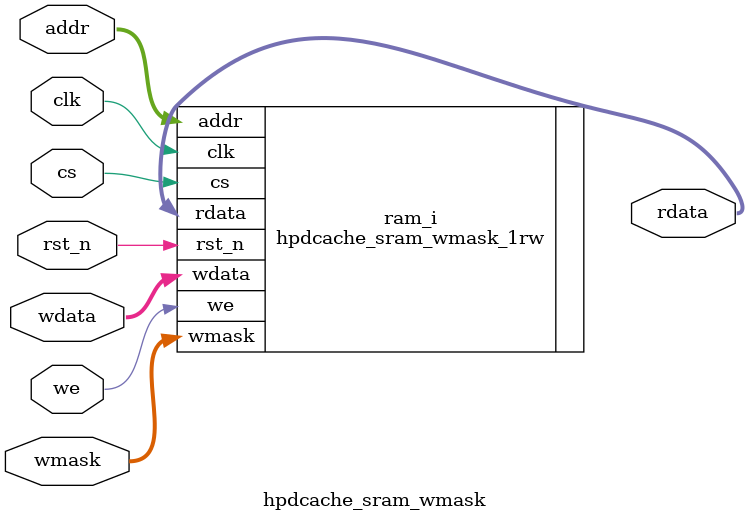
<source format=v>
module hpdcache_sram_wmask (
	clk,
	rst_n,
	cs,
	we,
	addr,
	wdata,
	wmask,
	rdata
);
	// Trace: core/cache_subsystem/hpdcache/rtl/src/common/hpdcache_sram_wmask.sv:28:15
	parameter [31:0] ADDR_SIZE = 0;
	// Trace: core/cache_subsystem/hpdcache/rtl/src/common/hpdcache_sram_wmask.sv:29:15
	parameter [31:0] DATA_SIZE = 0;
	// Trace: core/cache_subsystem/hpdcache/rtl/src/common/hpdcache_sram_wmask.sv:30:15
	parameter [31:0] DEPTH = 2 ** ADDR_SIZE;
	// Trace: core/cache_subsystem/hpdcache/rtl/src/common/hpdcache_sram_wmask.sv:33:5
	input wire clk;
	// Trace: core/cache_subsystem/hpdcache/rtl/src/common/hpdcache_sram_wmask.sv:34:5
	input wire rst_n;
	// Trace: core/cache_subsystem/hpdcache/rtl/src/common/hpdcache_sram_wmask.sv:35:5
	input wire cs;
	// Trace: core/cache_subsystem/hpdcache/rtl/src/common/hpdcache_sram_wmask.sv:36:5
	input wire we;
	// Trace: core/cache_subsystem/hpdcache/rtl/src/common/hpdcache_sram_wmask.sv:37:5
	input wire [ADDR_SIZE - 1:0] addr;
	// Trace: core/cache_subsystem/hpdcache/rtl/src/common/hpdcache_sram_wmask.sv:38:5
	input wire [DATA_SIZE - 1:0] wdata;
	// Trace: core/cache_subsystem/hpdcache/rtl/src/common/hpdcache_sram_wmask.sv:39:5
	input wire [DATA_SIZE - 1:0] wmask;
	// Trace: core/cache_subsystem/hpdcache/rtl/src/common/hpdcache_sram_wmask.sv:40:5
	output wire [DATA_SIZE - 1:0] rdata;
	// Trace: core/cache_subsystem/hpdcache/rtl/src/common/hpdcache_sram_wmask.sv:43:5
	hpdcache_sram_wmask_1rw #(
		.ADDR_SIZE(ADDR_SIZE),
		.DATA_SIZE(DATA_SIZE),
		.DEPTH(DEPTH)
	) ram_i(
		.clk(clk),
		.rst_n(rst_n),
		.cs(cs),
		.we(we),
		.addr(addr),
		.wdata(wdata),
		.wmask(wmask),
		.rdata(rdata)
	);
endmodule

</source>
